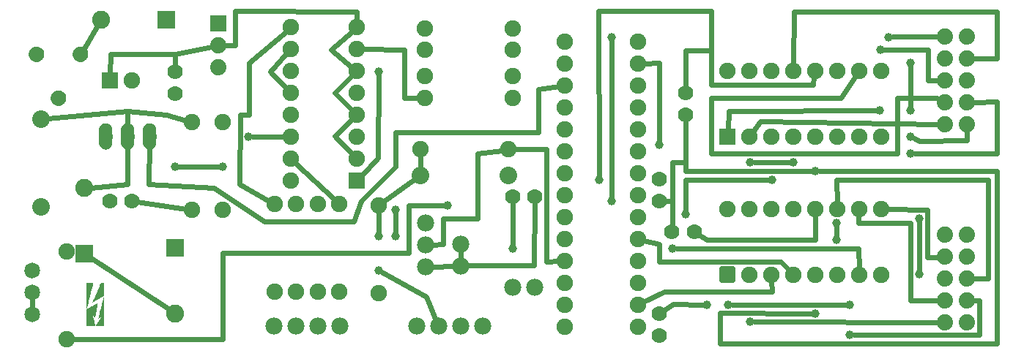
<source format=gtl>
G04 MADE WITH FRITZING*
G04 WWW.FRITZING.ORG*
G04 DOUBLE SIDED*
G04 HOLES PLATED*
G04 CONTOUR ON CENTER OF CONTOUR VECTOR*
%ASAXBY*%
%FSLAX23Y23*%
%MOIN*%
%OFA0B0*%
%SFA1.0B1.0*%
%ADD10C,0.039370*%
%ADD11C,0.070000*%
%ADD12C,0.078000*%
%ADD13C,0.075000*%
%ADD14C,0.074000*%
%ADD15C,0.082000*%
%ADD16C,0.060000*%
%ADD17C,0.080000*%
%ADD18C,0.071889*%
%ADD19C,0.071917*%
%ADD20R,0.075000X0.075000*%
%ADD21R,0.000150X0.000150*%
%ADD22R,0.082000X0.082000*%
%ADD23C,0.024000*%
%ADD24C,0.020000*%
%ADD25R,0.001000X0.001000*%
%LNCOPPER1*%
G90*
G70*
G54D10*
X1686Y1277D03*
X2296Y470D03*
X1095Y982D03*
X977Y844D03*
X760Y844D03*
X3674Y825D03*
X2749Y1435D03*
X2749Y687D03*
X3182Y214D03*
X3083Y628D03*
X3477Y785D03*
X2965Y943D03*
X3379Y136D03*
X3674Y175D03*
X1764Y648D03*
X1764Y529D03*
X1686Y529D03*
X3969Y1100D03*
X3024Y470D03*
X2001Y667D03*
X2690Y785D03*
X1686Y372D03*
X4107Y1317D03*
G54D11*
X3022Y549D03*
X3123Y549D03*
X3083Y1081D03*
X3083Y1181D03*
G54D12*
X1512Y116D03*
X1412Y116D03*
X1312Y116D03*
X1212Y116D03*
X2396Y293D03*
X2296Y293D03*
X2060Y492D03*
X2060Y392D03*
X1902Y588D03*
X1902Y488D03*
X1902Y388D03*
G54D13*
X1876Y923D03*
X2276Y923D03*
X977Y1048D03*
X977Y648D03*
G54D12*
X1860Y116D03*
X1960Y116D03*
X2060Y116D03*
X2160Y116D03*
G54D13*
X2867Y113D03*
X2867Y213D03*
X2867Y313D03*
X2867Y413D03*
X2867Y513D03*
X2867Y613D03*
X2867Y713D03*
X2867Y813D03*
X2867Y913D03*
X2867Y1013D03*
X2867Y1113D03*
X2867Y1213D03*
X2867Y1313D03*
X2534Y1413D03*
X2534Y1313D03*
X2534Y1213D03*
X2534Y1113D03*
X2534Y1013D03*
X2534Y913D03*
X2534Y813D03*
X2534Y713D03*
X2534Y613D03*
X2534Y513D03*
X2534Y413D03*
X2534Y313D03*
X2534Y213D03*
X2534Y113D03*
X2867Y1413D03*
X2867Y113D03*
X2867Y213D03*
X2867Y313D03*
X2867Y413D03*
X2867Y513D03*
X2867Y613D03*
X2867Y713D03*
X2867Y813D03*
X2867Y913D03*
X2867Y1013D03*
X2867Y1113D03*
X2867Y1213D03*
X2867Y1313D03*
X2534Y1413D03*
X2534Y1313D03*
X2534Y1213D03*
X2534Y1113D03*
X2534Y1013D03*
X2534Y913D03*
X2534Y813D03*
X2534Y713D03*
X2534Y613D03*
X2534Y513D03*
X2534Y413D03*
X2534Y313D03*
X2534Y213D03*
X2534Y113D03*
X2867Y1413D03*
G54D14*
X957Y1497D03*
X957Y1397D03*
X957Y1297D03*
X957Y1497D03*
X957Y1397D03*
X957Y1297D03*
G54D13*
X1587Y781D03*
X1287Y781D03*
X1587Y881D03*
X1287Y881D03*
X1587Y981D03*
X1287Y981D03*
X1587Y1081D03*
X1287Y1081D03*
X1587Y1181D03*
X1287Y1181D03*
X1587Y1281D03*
X1287Y1281D03*
X1587Y1381D03*
X1287Y1381D03*
X1587Y1481D03*
X1287Y1481D03*
G54D11*
X331Y1356D03*
X131Y1356D03*
X231Y1156D03*
G54D13*
X3274Y352D03*
X3274Y652D03*
X3374Y352D03*
X3374Y652D03*
X3474Y352D03*
X3474Y652D03*
X3574Y352D03*
X3574Y652D03*
X3674Y352D03*
X3674Y652D03*
X3774Y352D03*
X3774Y652D03*
X3874Y352D03*
X3874Y652D03*
X3974Y352D03*
X3974Y652D03*
X3274Y982D03*
X3274Y1282D03*
X3374Y982D03*
X3374Y1282D03*
X3474Y982D03*
X3474Y1282D03*
X3574Y982D03*
X3574Y1282D03*
X3674Y982D03*
X3674Y1282D03*
X3774Y982D03*
X3774Y1282D03*
X3874Y982D03*
X3874Y1282D03*
X3974Y982D03*
X3974Y1282D03*
G54D15*
X721Y1514D03*
X423Y1514D03*
G54D16*
X646Y982D03*
X546Y982D03*
X446Y982D03*
X646Y982D03*
X546Y982D03*
X446Y982D03*
G54D13*
X464Y1238D03*
X564Y1238D03*
G54D11*
X760Y1279D03*
X760Y1179D03*
G54D13*
X1213Y674D03*
X1213Y274D03*
X1312Y674D03*
X1312Y274D03*
X1410Y674D03*
X1410Y274D03*
X1508Y674D03*
X1508Y274D03*
X2296Y1159D03*
X1896Y1159D03*
X2296Y1258D03*
X1896Y1258D03*
X2296Y1376D03*
X1896Y1376D03*
X2296Y1474D03*
X1896Y1474D03*
G54D17*
X150Y1061D03*
X150Y661D03*
G54D13*
X839Y1048D03*
X839Y648D03*
G54D11*
X463Y687D03*
X564Y687D03*
G54D15*
X347Y448D03*
X347Y746D03*
G54D17*
X2276Y805D03*
X1876Y805D03*
G54D11*
X2396Y707D03*
X2296Y707D03*
X2965Y687D03*
X2965Y787D03*
G54D13*
X1686Y667D03*
X1686Y267D03*
G54D11*
X2965Y175D03*
X2965Y75D03*
G54D13*
X268Y457D03*
X268Y57D03*
G54D18*
X111Y172D03*
X111Y272D03*
G54D19*
X111Y372D03*
G54D14*
X4264Y533D03*
X4364Y533D03*
X4264Y433D03*
X4364Y433D03*
X4264Y333D03*
X4364Y333D03*
X4264Y233D03*
X4364Y233D03*
X4264Y133D03*
X4364Y133D03*
X4264Y533D03*
X4364Y533D03*
X4264Y433D03*
X4364Y433D03*
X4264Y333D03*
X4364Y333D03*
X4264Y233D03*
X4364Y233D03*
X4264Y133D03*
X4364Y133D03*
X4264Y1438D03*
X4364Y1438D03*
X4264Y1338D03*
X4364Y1338D03*
X4264Y1238D03*
X4364Y1238D03*
X4264Y1138D03*
X4364Y1138D03*
X4264Y1038D03*
X4364Y1038D03*
X4264Y1438D03*
X4364Y1438D03*
X4264Y1338D03*
X4364Y1338D03*
X4264Y1238D03*
X4364Y1238D03*
X4264Y1138D03*
X4364Y1138D03*
X4264Y1038D03*
X4364Y1038D03*
G54D10*
X4107Y982D03*
X4107Y1100D03*
X4008Y1435D03*
X4107Y903D03*
X3970Y1377D03*
X3379Y864D03*
X3575Y864D03*
X3279Y215D03*
X3831Y215D03*
X3831Y76D03*
X3772Y589D03*
X3772Y510D03*
X4146Y608D03*
X4146Y353D03*
G54D15*
X760Y475D03*
X760Y175D03*
G54D20*
X1587Y781D03*
G54D21*
X1287Y1080D03*
X1287Y1181D03*
X3573Y652D03*
G54D20*
X3274Y982D03*
G54D21*
X3573Y1282D03*
G54D22*
X722Y1514D03*
G54D20*
X464Y1238D03*
G54D22*
X347Y447D03*
X760Y475D03*
G54D23*
X1685Y884D02*
X1607Y801D01*
D02*
X1686Y1258D02*
X1685Y884D01*
D02*
X2296Y489D02*
X2296Y680D01*
D02*
X1259Y981D02*
X1114Y982D01*
D02*
X958Y844D02*
X779Y844D01*
D02*
X3276Y1011D02*
X3281Y1099D01*
D02*
X3281Y1099D02*
X3950Y1100D01*
D02*
X3084Y1375D02*
X3201Y1375D01*
D02*
X3083Y1207D02*
X3084Y1375D01*
D02*
X3083Y1055D02*
X3083Y825D01*
D02*
X3083Y825D02*
X3655Y825D01*
D02*
X2749Y1416D02*
X2749Y706D01*
D02*
X3083Y864D02*
X3083Y1060D01*
D02*
X3024Y864D02*
X3083Y864D01*
D02*
X3023Y575D02*
X3024Y864D01*
D02*
X3083Y1060D02*
X3083Y1055D01*
D02*
X3026Y216D02*
X2987Y190D01*
D02*
X3163Y215D02*
X3026Y216D01*
D02*
X3083Y785D02*
X3458Y785D01*
D02*
X3083Y647D02*
X3083Y785D01*
D02*
X2964Y1317D02*
X2965Y962D01*
D02*
X4233Y133D02*
X3398Y136D01*
D02*
X4501Y825D02*
X3693Y825D01*
D02*
X3241Y177D02*
X3241Y38D01*
D02*
X3241Y38D02*
X4501Y38D01*
D02*
X4501Y38D02*
X4501Y825D01*
D02*
X3241Y177D02*
X3655Y175D01*
D02*
X1489Y984D02*
X1568Y901D01*
D02*
X1567Y1061D02*
X1489Y984D01*
D02*
X1489Y1181D02*
X1567Y1101D01*
D02*
X1567Y1260D02*
X1489Y1181D01*
D02*
X1764Y629D02*
X1764Y548D01*
D02*
X1686Y639D02*
X1686Y548D01*
D02*
X762Y1357D02*
X927Y1391D01*
D02*
X761Y1305D02*
X762Y1357D01*
D02*
X466Y1357D02*
X762Y1357D01*
D02*
X464Y1267D02*
X466Y1357D01*
D02*
X811Y652D02*
X589Y683D01*
D02*
X344Y1379D02*
X407Y1486D01*
D02*
X545Y951D02*
X544Y765D01*
D02*
X544Y765D02*
X379Y749D01*
D02*
X544Y1099D02*
X545Y1013D01*
D02*
X722Y1081D02*
X544Y1099D01*
D02*
X812Y1055D02*
X722Y1081D01*
D02*
X544Y1099D02*
X545Y1013D01*
D02*
X181Y1064D02*
X544Y1099D01*
D02*
X3576Y1552D02*
X3574Y1311D01*
D02*
X4501Y1552D02*
X3576Y1552D01*
D02*
X4396Y1338D02*
X4501Y1336D01*
D02*
X4501Y1336D02*
X4501Y1552D01*
D02*
X2986Y273D02*
X3476Y273D01*
D02*
X2892Y226D02*
X2986Y273D01*
D02*
X3476Y273D02*
X3475Y324D01*
D02*
X1308Y861D02*
X1488Y693D01*
D02*
X1804Y1159D02*
X1867Y1159D01*
D02*
X1616Y1380D02*
X1804Y1376D01*
D02*
X1804Y1376D02*
X1804Y1159D01*
D02*
X4233Y1039D02*
X3423Y1050D01*
D02*
X4048Y1159D02*
X4049Y904D01*
D02*
X4225Y1159D02*
X4048Y1159D01*
D02*
X4237Y1153D02*
X4225Y1159D01*
D02*
X3423Y1050D02*
X3391Y1005D01*
D02*
X3202Y1158D02*
X3792Y1158D01*
D02*
X3202Y904D02*
X3202Y1158D01*
D02*
X4049Y904D02*
X3202Y904D01*
D02*
X3792Y1158D02*
X3858Y1258D01*
D02*
X4233Y1238D02*
X4186Y1237D01*
D02*
X4186Y1377D02*
X3989Y1377D01*
D02*
X4186Y1237D02*
X4186Y1377D01*
D02*
X2894Y507D02*
X2965Y491D01*
D02*
X3517Y411D02*
X3554Y373D01*
D02*
X2965Y412D02*
X3517Y411D01*
D02*
X2965Y491D02*
X2965Y412D01*
D02*
X3043Y470D02*
X3870Y471D01*
D02*
X1054Y764D02*
X1188Y688D01*
D02*
X1096Y1317D02*
X1096Y1081D01*
D02*
X1096Y1081D02*
X1056Y1081D01*
D02*
X1266Y1462D02*
X1096Y1317D01*
D02*
X1056Y1081D02*
X1054Y764D01*
D02*
X3870Y471D02*
X3873Y381D01*
D02*
X2452Y412D02*
X2452Y924D01*
D02*
X2452Y924D02*
X2305Y923D01*
D02*
X2506Y413D02*
X2452Y412D01*
D02*
X2137Y607D02*
X2138Y903D01*
D02*
X1981Y608D02*
X2137Y607D01*
D02*
X2138Y903D02*
X2248Y919D01*
D02*
X1981Y490D02*
X1981Y608D01*
D02*
X1932Y489D02*
X1981Y490D01*
D02*
X2414Y1002D02*
X1765Y1001D01*
D02*
X2414Y1198D02*
X2414Y1002D01*
D02*
X2506Y1210D02*
X2414Y1198D01*
D02*
X1765Y1001D02*
X1765Y845D01*
D02*
X1608Y687D02*
X1575Y594D01*
D02*
X939Y747D02*
X642Y765D01*
D02*
X642Y765D02*
X645Y951D01*
D02*
X1167Y594D02*
X939Y747D01*
D02*
X1575Y594D02*
X1167Y594D01*
D02*
X1765Y845D02*
X1608Y687D01*
D02*
X1824Y668D02*
X1823Y450D01*
D02*
X1982Y667D02*
X1824Y668D01*
D02*
X734Y193D02*
X374Y430D01*
D02*
X1823Y450D02*
X978Y450D01*
D02*
X976Y58D02*
X297Y57D01*
D02*
X978Y450D02*
X976Y58D01*
D02*
X2060Y422D02*
X2060Y462D01*
D02*
X1932Y389D02*
X2030Y391D01*
D02*
X2688Y1553D02*
X2690Y804D01*
D02*
X3182Y510D02*
X3144Y535D01*
D02*
X3674Y510D02*
X3182Y510D01*
D02*
X3674Y624D02*
X3674Y510D01*
D02*
X3201Y1553D02*
X2688Y1553D01*
D02*
X3201Y1375D02*
X3201Y1553D01*
D02*
X1851Y787D02*
X1709Y684D01*
D02*
X1876Y895D02*
X1876Y836D01*
D02*
X1903Y252D02*
X1702Y363D01*
D02*
X1948Y144D02*
X1903Y252D01*
D02*
X111Y205D02*
X111Y239D01*
D02*
X2059Y393D02*
X2394Y393D01*
D02*
X2060Y462D02*
X2059Y393D01*
D02*
X2394Y393D02*
X2396Y680D01*
D02*
X1268Y1360D02*
X1193Y1279D01*
D02*
X1193Y1279D02*
X1268Y1201D01*
D02*
X1588Y1552D02*
X1035Y1553D01*
D02*
X1035Y1397D02*
X988Y1397D01*
D02*
X1035Y1553D02*
X1035Y1397D01*
D02*
X1588Y1509D02*
X1588Y1552D01*
D02*
X4107Y1119D02*
X4107Y1298D01*
D02*
X4147Y962D02*
X4124Y974D01*
D02*
X4364Y963D02*
X4147Y962D01*
D02*
X4364Y1007D02*
X4364Y963D01*
D02*
X3025Y687D02*
X3023Y575D01*
D02*
X2991Y687D02*
X3025Y687D01*
D02*
X4233Y1438D02*
X4027Y1436D01*
D02*
X4501Y1141D02*
X4501Y904D01*
D02*
X4501Y904D02*
X4126Y903D01*
D02*
X4396Y1139D02*
X4501Y1141D01*
D02*
X3556Y864D02*
X3398Y864D01*
D02*
X4462Y785D02*
X3772Y785D01*
D02*
X4462Y333D02*
X4462Y785D01*
D02*
X4396Y333D02*
X4462Y333D01*
D02*
X3772Y785D02*
X3773Y681D01*
D02*
X3812Y215D02*
X3298Y215D01*
D02*
X4422Y76D02*
X3850Y76D01*
D02*
X4422Y234D02*
X4422Y76D01*
D02*
X4395Y234D02*
X4422Y234D01*
D02*
X3772Y528D02*
X3772Y570D01*
D02*
X4185Y648D02*
X4002Y652D01*
D02*
X4233Y432D02*
X4185Y430D01*
D02*
X4185Y430D02*
X4185Y648D01*
D02*
X4106Y234D02*
X4106Y589D01*
D02*
X4106Y589D02*
X3871Y589D01*
D02*
X4233Y233D02*
X4106Y234D01*
D02*
X3871Y589D02*
X3872Y624D01*
D02*
X4146Y589D02*
X4146Y372D01*
D02*
X1470Y1376D02*
X1565Y1299D01*
D02*
X1566Y1462D02*
X1470Y1376D01*
D02*
X3663Y1218D02*
X3201Y1219D01*
D02*
X3201Y1219D02*
X3201Y1375D01*
D02*
X3669Y1254D02*
X3663Y1218D01*
D02*
X2895Y1314D02*
X2964Y1317D01*
G36*
X359Y313D02*
X359Y196D01*
X359Y196D01*
X359Y199D01*
X360Y199D01*
X360Y203D01*
X361Y203D01*
X361Y206D01*
X362Y206D01*
X362Y207D01*
X363Y207D01*
X363Y208D01*
X362Y208D01*
X362Y209D01*
X363Y209D01*
X363Y212D01*
X363Y212D01*
X363Y214D01*
X364Y214D01*
X364Y218D01*
X365Y218D01*
X365Y219D01*
X366Y219D01*
X366Y220D01*
X365Y220D01*
X365Y221D01*
X366Y221D01*
X366Y223D01*
X366Y223D01*
X366Y227D01*
X367Y227D01*
X367Y229D01*
X368Y229D01*
X368Y229D01*
X367Y229D01*
X367Y230D01*
X368Y230D01*
X368Y232D01*
X369Y232D01*
X369Y233D01*
X368Y233D01*
X368Y233D01*
X369Y233D01*
X369Y235D01*
X369Y235D01*
X369Y236D01*
X369Y236D01*
X369Y236D01*
X369Y236D01*
X369Y238D01*
X370Y238D01*
X370Y239D01*
X369Y239D01*
X369Y239D01*
X370Y239D01*
X370Y242D01*
X371Y242D01*
X371Y245D01*
X372Y245D01*
X372Y248D01*
X373Y248D01*
X373Y251D01*
X373Y251D01*
X373Y254D01*
X374Y254D01*
X374Y257D01*
X375Y257D01*
X375Y260D01*
X376Y260D01*
X376Y263D01*
X376Y263D01*
X376Y266D01*
X377Y266D01*
X377Y269D01*
X378Y269D01*
X378Y272D01*
X379Y272D01*
X379Y276D01*
X379Y276D01*
X379Y279D01*
X380Y279D01*
X380Y282D01*
X381Y282D01*
X381Y285D01*
X382Y285D01*
X382Y286D01*
X383Y286D01*
X383Y287D01*
X382Y287D01*
X382Y288D01*
X383Y288D01*
X383Y290D01*
X383Y290D01*
X383Y293D01*
X384Y293D01*
X384Y296D01*
X385Y296D01*
X385Y299D01*
X386Y299D01*
X386Y302D01*
X386Y302D01*
X386Y306D01*
X387Y306D01*
X387Y309D01*
X388Y309D01*
X388Y312D01*
X389Y312D01*
X389Y313D01*
X359Y313D01*
G37*
D02*
G36*
X423Y313D02*
X423Y312D01*
X423Y312D01*
X423Y311D01*
X422Y311D01*
X422Y309D01*
X421Y309D01*
X421Y307D01*
X420Y307D01*
X420Y306D01*
X419Y306D01*
X419Y303D01*
X419Y303D01*
X419Y302D01*
X418Y302D01*
X418Y300D01*
X417Y300D01*
X417Y299D01*
X416Y299D01*
X416Y296D01*
X416Y296D01*
X416Y295D01*
X415Y295D01*
X415Y293D01*
X414Y293D01*
X414Y291D01*
X413Y291D01*
X413Y289D01*
X413Y289D01*
X413Y288D01*
X412Y288D01*
X412Y286D01*
X411Y286D01*
X411Y284D01*
X410Y284D01*
X410Y282D01*
X409Y282D01*
X409Y280D01*
X409Y280D01*
X409Y279D01*
X408Y279D01*
X408Y277D01*
X407Y277D01*
X407Y276D01*
X406Y276D01*
X406Y273D01*
X406Y273D01*
X406Y272D01*
X405Y272D01*
X405Y270D01*
X404Y270D01*
X404Y268D01*
X403Y268D01*
X403Y266D01*
X403Y266D01*
X403Y265D01*
X402Y265D01*
X402Y263D01*
X401Y263D01*
X401Y261D01*
X400Y261D01*
X400Y259D01*
X399Y259D01*
X399Y258D01*
X399Y258D01*
X399Y256D01*
X398Y256D01*
X398Y254D01*
X397Y254D01*
X397Y252D01*
X396Y252D01*
X396Y250D01*
X396Y250D01*
X396Y249D01*
X395Y249D01*
X395Y247D01*
X394Y247D01*
X394Y246D01*
X393Y246D01*
X393Y243D01*
X393Y243D01*
X393Y242D01*
X392Y242D01*
X392Y240D01*
X391Y240D01*
X391Y238D01*
X390Y238D01*
X390Y236D01*
X389Y236D01*
X389Y235D01*
X389Y235D01*
X389Y233D01*
X388Y233D01*
X388Y231D01*
X387Y231D01*
X387Y229D01*
X386Y229D01*
X386Y228D01*
X386Y228D01*
X386Y226D01*
X385Y226D01*
X385Y224D01*
X386Y224D01*
X386Y225D01*
X387Y225D01*
X387Y226D01*
X389Y226D01*
X389Y226D01*
X390Y226D01*
X390Y227D01*
X392Y227D01*
X392Y228D01*
X393Y228D01*
X393Y229D01*
X394Y229D01*
X394Y229D01*
X395Y229D01*
X395Y230D01*
X396Y230D01*
X396Y231D01*
X398Y231D01*
X398Y232D01*
X399Y232D01*
X399Y233D01*
X400Y233D01*
X400Y233D01*
X402Y233D01*
X402Y234D01*
X403Y234D01*
X403Y235D01*
X404Y235D01*
X404Y236D01*
X406Y236D01*
X406Y236D01*
X407Y236D01*
X407Y237D01*
X408Y237D01*
X408Y238D01*
X409Y238D01*
X409Y239D01*
X411Y239D01*
X411Y239D01*
X412Y239D01*
X412Y240D01*
X413Y240D01*
X413Y241D01*
X415Y241D01*
X415Y242D01*
X416Y242D01*
X416Y243D01*
X417Y243D01*
X417Y243D01*
X419Y243D01*
X419Y244D01*
X419Y244D01*
X419Y245D01*
X421Y245D01*
X421Y246D01*
X423Y246D01*
X423Y246D01*
X424Y246D01*
X424Y247D01*
X425Y247D01*
X425Y248D01*
X426Y248D01*
X426Y249D01*
X428Y249D01*
X428Y249D01*
X429Y249D01*
X429Y250D01*
X430Y250D01*
X430Y251D01*
X432Y251D01*
X432Y252D01*
X433Y252D01*
X433Y252D01*
X434Y252D01*
X434Y253D01*
X436Y253D01*
X436Y254D01*
X437Y254D01*
X437Y313D01*
X423Y313D01*
G37*
D02*
G36*
X436Y252D02*
X436Y249D01*
X436Y249D01*
X436Y246D01*
X435Y246D01*
X435Y243D01*
X434Y243D01*
X434Y240D01*
X433Y240D01*
X433Y237D01*
X433Y237D01*
X433Y234D01*
X432Y234D01*
X432Y231D01*
X431Y231D01*
X431Y228D01*
X430Y228D01*
X430Y225D01*
X429Y225D01*
X429Y222D01*
X429Y222D01*
X429Y219D01*
X428Y219D01*
X428Y216D01*
X427Y216D01*
X427Y213D01*
X426Y213D01*
X426Y209D01*
X426Y209D01*
X426Y206D01*
X425Y206D01*
X425Y203D01*
X424Y203D01*
X424Y201D01*
X423Y201D01*
X423Y200D01*
X424Y200D01*
X424Y199D01*
X423Y199D01*
X423Y198D01*
X423Y198D01*
X423Y194D01*
X422Y194D01*
X422Y192D01*
X421Y192D01*
X421Y191D01*
X422Y191D01*
X422Y190D01*
X421Y190D01*
X421Y189D01*
X420Y189D01*
X420Y186D01*
X419Y186D01*
X419Y183D01*
X419Y183D01*
X419Y179D01*
X418Y179D01*
X418Y176D01*
X417Y176D01*
X417Y173D01*
X416Y173D01*
X416Y170D01*
X416Y170D01*
X416Y167D01*
X415Y167D01*
X415Y164D01*
X414Y164D01*
X414Y161D01*
X413Y161D01*
X413Y158D01*
X425Y158D01*
X425Y156D01*
X424Y156D01*
X424Y155D01*
X423Y155D01*
X423Y154D01*
X423Y154D01*
X423Y153D01*
X422Y153D01*
X422Y152D01*
X421Y152D01*
X421Y150D01*
X420Y150D01*
X420Y149D01*
X419Y149D01*
X419Y148D01*
X419Y148D01*
X419Y147D01*
X418Y147D01*
X418Y146D01*
X417Y146D01*
X417Y145D01*
X416Y145D01*
X416Y143D01*
X416Y143D01*
X416Y143D01*
X415Y143D01*
X415Y141D01*
X414Y141D01*
X414Y139D01*
X413Y139D01*
X413Y139D01*
X413Y139D01*
X413Y137D01*
X412Y137D01*
X412Y136D01*
X411Y136D01*
X411Y135D01*
X410Y135D01*
X410Y134D01*
X409Y134D01*
X409Y133D01*
X409Y133D01*
X409Y132D01*
X408Y132D01*
X408Y130D01*
X407Y130D01*
X407Y129D01*
X406Y129D01*
X406Y128D01*
X406Y128D01*
X406Y127D01*
X405Y127D01*
X405Y126D01*
X404Y126D01*
X404Y125D01*
X403Y125D01*
X403Y123D01*
X403Y123D01*
X403Y123D01*
X402Y123D01*
X402Y121D01*
X401Y121D01*
X401Y120D01*
X400Y120D01*
X400Y119D01*
X399Y119D01*
X399Y118D01*
X399Y118D01*
X399Y117D01*
X398Y117D01*
X398Y116D01*
X437Y116D01*
X437Y252D01*
X436Y252D01*
G37*
D02*
G36*
X413Y158D02*
X413Y155D01*
X412Y155D01*
X412Y152D01*
X411Y152D01*
X411Y150D01*
X413Y150D01*
X413Y151D01*
X414Y151D01*
X414Y152D01*
X415Y152D01*
X415Y153D01*
X416Y153D01*
X416Y153D01*
X418Y153D01*
X418Y154D01*
X419Y154D01*
X419Y155D01*
X420Y155D01*
X420Y156D01*
X422Y156D01*
X422Y156D01*
X423Y156D01*
X423Y157D01*
X424Y157D01*
X424Y158D01*
X413Y158D01*
G37*
D02*
G36*
X384Y224D02*
X384Y223D01*
X385Y223D01*
X385Y224D01*
X384Y224D01*
G37*
D02*
G36*
X407Y223D02*
X407Y222D01*
X406Y222D01*
X406Y221D01*
X405Y221D01*
X405Y220D01*
X403Y220D01*
X403Y219D01*
X402Y219D01*
X402Y219D01*
X401Y219D01*
X401Y218D01*
X399Y218D01*
X399Y217D01*
X398Y217D01*
X398Y216D01*
X397Y216D01*
X397Y216D01*
X396Y216D01*
X396Y215D01*
X394Y215D01*
X394Y214D01*
X393Y214D01*
X393Y213D01*
X392Y213D01*
X392Y213D01*
X390Y213D01*
X390Y212D01*
X389Y212D01*
X389Y211D01*
X388Y211D01*
X388Y210D01*
X386Y210D01*
X386Y209D01*
X385Y209D01*
X385Y209D01*
X383Y209D01*
X383Y208D01*
X383Y208D01*
X383Y207D01*
X381Y207D01*
X381Y206D01*
X379Y206D01*
X379Y206D01*
X378Y206D01*
X378Y205D01*
X377Y205D01*
X377Y204D01*
X376Y204D01*
X376Y203D01*
X374Y203D01*
X374Y203D01*
X373Y203D01*
X373Y202D01*
X372Y202D01*
X372Y201D01*
X370Y201D01*
X370Y200D01*
X369Y200D01*
X369Y199D01*
X368Y199D01*
X368Y199D01*
X366Y199D01*
X366Y198D01*
X365Y198D01*
X365Y197D01*
X363Y197D01*
X363Y196D01*
X362Y196D01*
X362Y196D01*
X360Y196D01*
X360Y195D01*
X359Y195D01*
X359Y194D01*
X359Y194D01*
X359Y165D01*
X389Y165D01*
X389Y163D01*
X389Y163D01*
X389Y163D01*
X390Y163D01*
X390Y162D01*
X391Y162D01*
X391Y161D01*
X392Y161D01*
X392Y159D01*
X393Y159D01*
X393Y159D01*
X393Y159D01*
X393Y158D01*
X394Y158D01*
X394Y156D01*
X395Y156D01*
X395Y156D01*
X396Y156D01*
X396Y155D01*
X396Y155D01*
X396Y153D01*
X397Y153D01*
X397Y153D01*
X398Y153D01*
X398Y153D01*
X399Y153D01*
X399Y158D01*
X399Y158D01*
X399Y159D01*
X399Y159D01*
X399Y159D01*
X399Y159D01*
X399Y163D01*
X400Y163D01*
X400Y163D01*
X399Y163D01*
X399Y164D01*
X400Y164D01*
X400Y169D01*
X401Y169D01*
X401Y173D01*
X402Y173D01*
X402Y174D01*
X401Y174D01*
X401Y175D01*
X402Y175D01*
X402Y179D01*
X403Y179D01*
X403Y179D01*
X402Y179D01*
X402Y180D01*
X403Y180D01*
X403Y184D01*
X403Y184D01*
X403Y185D01*
X403Y185D01*
X403Y186D01*
X403Y186D01*
X403Y189D01*
X404Y189D01*
X404Y190D01*
X403Y190D01*
X403Y191D01*
X404Y191D01*
X404Y195D01*
X405Y195D01*
X405Y196D01*
X404Y196D01*
X404Y196D01*
X405Y196D01*
X405Y201D01*
X406Y201D01*
X406Y206D01*
X406Y206D01*
X406Y212D01*
X407Y212D01*
X407Y217D01*
X408Y217D01*
X408Y221D01*
X409Y221D01*
X409Y222D01*
X408Y222D01*
X408Y223D01*
X407Y223D01*
G37*
D02*
G36*
X359Y165D02*
X359Y116D01*
X397Y116D01*
X397Y120D01*
X396Y120D01*
X396Y124D01*
X396Y124D01*
X396Y128D01*
X395Y128D01*
X395Y132D01*
X394Y132D01*
X394Y136D01*
X393Y136D01*
X393Y138D01*
X393Y138D01*
X393Y139D01*
X393Y139D01*
X393Y139D01*
X393Y139D01*
X393Y143D01*
X392Y143D01*
X392Y146D01*
X391Y146D01*
X391Y146D01*
X392Y146D01*
X392Y147D01*
X391Y147D01*
X391Y149D01*
X390Y149D01*
X390Y150D01*
X391Y150D01*
X391Y151D01*
X390Y151D01*
X390Y154D01*
X389Y154D01*
X389Y158D01*
X389Y158D01*
X389Y162D01*
X388Y162D01*
X388Y165D01*
X359Y165D01*
G37*
D02*
G36*
X398Y153D02*
X398Y152D01*
X399Y152D01*
X399Y153D01*
X398Y153D01*
G37*
D02*
G54D24*
X3246Y380D02*
X3301Y380D01*
X3301Y325D01*
X3246Y325D01*
X3246Y380D01*
D02*
G54D25*
X920Y1534D02*
X993Y1534D01*
X920Y1533D02*
X993Y1533D01*
X920Y1532D02*
X993Y1532D01*
X920Y1531D02*
X993Y1531D01*
X920Y1530D02*
X993Y1530D01*
X920Y1529D02*
X993Y1529D01*
X920Y1528D02*
X993Y1528D01*
X920Y1527D02*
X993Y1527D01*
X920Y1526D02*
X993Y1526D01*
X920Y1525D02*
X993Y1525D01*
X920Y1524D02*
X993Y1524D01*
X920Y1523D02*
X993Y1523D01*
X920Y1522D02*
X993Y1522D01*
X920Y1521D02*
X993Y1521D01*
X920Y1520D02*
X993Y1520D01*
X920Y1519D02*
X993Y1519D01*
X920Y1518D02*
X993Y1518D01*
X920Y1517D02*
X993Y1517D01*
X920Y1516D02*
X951Y1516D01*
X963Y1516D02*
X993Y1516D01*
X920Y1515D02*
X948Y1515D01*
X965Y1515D02*
X993Y1515D01*
X920Y1514D02*
X946Y1514D01*
X967Y1514D02*
X993Y1514D01*
X920Y1513D02*
X945Y1513D01*
X969Y1513D02*
X993Y1513D01*
X920Y1512D02*
X943Y1512D01*
X970Y1512D02*
X993Y1512D01*
X920Y1511D02*
X942Y1511D01*
X971Y1511D02*
X993Y1511D01*
X920Y1510D02*
X941Y1510D01*
X972Y1510D02*
X993Y1510D01*
X920Y1509D02*
X941Y1509D01*
X973Y1509D02*
X993Y1509D01*
X920Y1508D02*
X940Y1508D01*
X974Y1508D02*
X993Y1508D01*
X920Y1507D02*
X939Y1507D01*
X974Y1507D02*
X993Y1507D01*
X920Y1506D02*
X939Y1506D01*
X975Y1506D02*
X993Y1506D01*
X920Y1505D02*
X938Y1505D01*
X975Y1505D02*
X993Y1505D01*
X920Y1504D02*
X938Y1504D01*
X976Y1504D02*
X993Y1504D01*
X920Y1503D02*
X937Y1503D01*
X976Y1503D02*
X993Y1503D01*
X920Y1502D02*
X937Y1502D01*
X976Y1502D02*
X993Y1502D01*
X920Y1501D02*
X937Y1501D01*
X976Y1501D02*
X993Y1501D01*
X920Y1500D02*
X937Y1500D01*
X977Y1500D02*
X993Y1500D01*
X920Y1499D02*
X937Y1499D01*
X977Y1499D02*
X993Y1499D01*
X920Y1498D02*
X937Y1498D01*
X977Y1498D02*
X993Y1498D01*
X920Y1497D02*
X937Y1497D01*
X977Y1497D02*
X993Y1497D01*
X920Y1496D02*
X937Y1496D01*
X977Y1496D02*
X993Y1496D01*
X920Y1495D02*
X937Y1495D01*
X977Y1495D02*
X993Y1495D01*
X920Y1494D02*
X937Y1494D01*
X977Y1494D02*
X993Y1494D01*
X920Y1493D02*
X937Y1493D01*
X976Y1493D02*
X993Y1493D01*
X920Y1492D02*
X937Y1492D01*
X976Y1492D02*
X993Y1492D01*
X920Y1491D02*
X938Y1491D01*
X976Y1491D02*
X993Y1491D01*
X920Y1490D02*
X938Y1490D01*
X975Y1490D02*
X993Y1490D01*
X920Y1489D02*
X938Y1489D01*
X975Y1489D02*
X993Y1489D01*
X920Y1488D02*
X939Y1488D01*
X974Y1488D02*
X993Y1488D01*
X920Y1487D02*
X939Y1487D01*
X974Y1487D02*
X993Y1487D01*
X920Y1486D02*
X940Y1486D01*
X973Y1486D02*
X993Y1486D01*
X920Y1485D02*
X941Y1485D01*
X973Y1485D02*
X993Y1485D01*
X920Y1484D02*
X942Y1484D01*
X972Y1484D02*
X993Y1484D01*
X920Y1483D02*
X943Y1483D01*
X971Y1483D02*
X993Y1483D01*
X920Y1482D02*
X944Y1482D01*
X970Y1482D02*
X993Y1482D01*
X920Y1481D02*
X945Y1481D01*
X968Y1481D02*
X993Y1481D01*
X920Y1480D02*
X947Y1480D01*
X967Y1480D02*
X993Y1480D01*
X920Y1479D02*
X949Y1479D01*
X965Y1479D02*
X993Y1479D01*
X920Y1478D02*
X952Y1478D01*
X961Y1478D02*
X993Y1478D01*
X920Y1477D02*
X993Y1477D01*
X920Y1476D02*
X993Y1476D01*
X920Y1475D02*
X993Y1475D01*
X920Y1474D02*
X993Y1474D01*
X920Y1473D02*
X993Y1473D01*
X920Y1472D02*
X993Y1472D01*
X920Y1471D02*
X993Y1471D01*
X920Y1470D02*
X993Y1470D01*
X920Y1469D02*
X993Y1469D01*
X920Y1468D02*
X993Y1468D01*
X920Y1467D02*
X993Y1467D01*
X920Y1466D02*
X993Y1466D01*
X920Y1465D02*
X993Y1465D01*
X920Y1464D02*
X993Y1464D01*
X920Y1463D02*
X993Y1463D01*
X920Y1462D02*
X993Y1462D01*
X920Y1461D02*
X993Y1461D01*
X127Y1391D02*
X133Y1391D01*
X327Y1391D02*
X333Y1391D01*
X122Y1390D02*
X138Y1390D01*
X322Y1390D02*
X338Y1390D01*
X119Y1389D02*
X141Y1389D01*
X319Y1389D02*
X341Y1389D01*
X116Y1388D02*
X144Y1388D01*
X316Y1388D02*
X344Y1388D01*
X114Y1387D02*
X146Y1387D01*
X314Y1387D02*
X346Y1387D01*
X112Y1386D02*
X148Y1386D01*
X312Y1386D02*
X348Y1386D01*
X111Y1385D02*
X149Y1385D01*
X311Y1385D02*
X349Y1385D01*
X109Y1384D02*
X151Y1384D01*
X309Y1384D02*
X351Y1384D01*
X108Y1383D02*
X152Y1383D01*
X308Y1383D02*
X352Y1383D01*
X107Y1382D02*
X153Y1382D01*
X307Y1382D02*
X353Y1382D01*
X106Y1381D02*
X154Y1381D01*
X306Y1381D02*
X354Y1381D01*
X105Y1380D02*
X155Y1380D01*
X305Y1380D02*
X355Y1380D01*
X104Y1379D02*
X156Y1379D01*
X304Y1379D02*
X356Y1379D01*
X103Y1378D02*
X157Y1378D01*
X303Y1378D02*
X357Y1378D01*
X102Y1377D02*
X158Y1377D01*
X302Y1377D02*
X358Y1377D01*
X102Y1376D02*
X158Y1376D01*
X302Y1376D02*
X358Y1376D01*
X101Y1375D02*
X159Y1375D01*
X301Y1375D02*
X359Y1375D01*
X101Y1374D02*
X160Y1374D01*
X301Y1374D02*
X359Y1374D01*
X100Y1373D02*
X160Y1373D01*
X300Y1373D02*
X360Y1373D01*
X99Y1372D02*
X161Y1372D01*
X299Y1372D02*
X361Y1372D01*
X99Y1371D02*
X126Y1371D01*
X134Y1371D02*
X161Y1371D01*
X299Y1371D02*
X326Y1371D01*
X334Y1371D02*
X361Y1371D01*
X99Y1370D02*
X123Y1370D01*
X137Y1370D02*
X162Y1370D01*
X299Y1370D02*
X323Y1370D01*
X337Y1370D02*
X361Y1370D01*
X98Y1369D02*
X121Y1369D01*
X139Y1369D02*
X162Y1369D01*
X298Y1369D02*
X321Y1369D01*
X339Y1369D02*
X362Y1369D01*
X98Y1368D02*
X120Y1368D01*
X140Y1368D02*
X162Y1368D01*
X298Y1368D02*
X320Y1368D01*
X340Y1368D02*
X362Y1368D01*
X97Y1367D02*
X119Y1367D01*
X141Y1367D02*
X163Y1367D01*
X297Y1367D02*
X319Y1367D01*
X341Y1367D02*
X363Y1367D01*
X97Y1366D02*
X118Y1366D01*
X142Y1366D02*
X163Y1366D01*
X297Y1366D02*
X318Y1366D01*
X342Y1366D02*
X363Y1366D01*
X97Y1365D02*
X117Y1365D01*
X143Y1365D02*
X163Y1365D01*
X297Y1365D02*
X317Y1365D01*
X343Y1365D02*
X363Y1365D01*
X97Y1364D02*
X117Y1364D01*
X143Y1364D02*
X164Y1364D01*
X297Y1364D02*
X317Y1364D01*
X343Y1364D02*
X363Y1364D01*
X96Y1363D02*
X116Y1363D01*
X144Y1363D02*
X164Y1363D01*
X296Y1363D02*
X316Y1363D01*
X344Y1363D02*
X364Y1363D01*
X96Y1362D02*
X115Y1362D01*
X145Y1362D02*
X164Y1362D01*
X296Y1362D02*
X315Y1362D01*
X345Y1362D02*
X364Y1362D01*
X96Y1361D02*
X115Y1361D01*
X145Y1361D02*
X164Y1361D01*
X296Y1361D02*
X315Y1361D01*
X345Y1361D02*
X364Y1361D01*
X96Y1360D02*
X115Y1360D01*
X145Y1360D02*
X164Y1360D01*
X296Y1360D02*
X315Y1360D01*
X345Y1360D02*
X364Y1360D01*
X96Y1359D02*
X115Y1359D01*
X145Y1359D02*
X164Y1359D01*
X296Y1359D02*
X315Y1359D01*
X345Y1359D02*
X364Y1359D01*
X96Y1358D02*
X115Y1358D01*
X145Y1358D02*
X164Y1358D01*
X296Y1358D02*
X315Y1358D01*
X345Y1358D02*
X364Y1358D01*
X96Y1357D02*
X115Y1357D01*
X145Y1357D02*
X164Y1357D01*
X296Y1357D02*
X315Y1357D01*
X345Y1357D02*
X364Y1357D01*
X96Y1356D02*
X115Y1356D01*
X145Y1356D02*
X164Y1356D01*
X296Y1356D02*
X315Y1356D01*
X345Y1356D02*
X364Y1356D01*
X96Y1355D02*
X115Y1355D01*
X145Y1355D02*
X164Y1355D01*
X296Y1355D02*
X315Y1355D01*
X345Y1355D02*
X364Y1355D01*
X96Y1354D02*
X115Y1354D01*
X145Y1354D02*
X164Y1354D01*
X296Y1354D02*
X315Y1354D01*
X345Y1354D02*
X364Y1354D01*
X96Y1353D02*
X115Y1353D01*
X145Y1353D02*
X164Y1353D01*
X296Y1353D02*
X315Y1353D01*
X345Y1353D02*
X364Y1353D01*
X96Y1352D02*
X115Y1352D01*
X145Y1352D02*
X164Y1352D01*
X296Y1352D02*
X315Y1352D01*
X345Y1352D02*
X364Y1352D01*
X96Y1351D02*
X115Y1351D01*
X145Y1351D02*
X164Y1351D01*
X296Y1351D02*
X315Y1351D01*
X345Y1351D02*
X364Y1351D01*
X96Y1350D02*
X116Y1350D01*
X144Y1350D02*
X164Y1350D01*
X296Y1350D02*
X316Y1350D01*
X344Y1350D02*
X364Y1350D01*
X96Y1349D02*
X116Y1349D01*
X144Y1349D02*
X164Y1349D01*
X296Y1349D02*
X316Y1349D01*
X344Y1349D02*
X364Y1349D01*
X97Y1348D02*
X117Y1348D01*
X143Y1348D02*
X163Y1348D01*
X297Y1348D02*
X317Y1348D01*
X343Y1348D02*
X363Y1348D01*
X97Y1347D02*
X118Y1347D01*
X142Y1347D02*
X163Y1347D01*
X297Y1347D02*
X318Y1347D01*
X342Y1347D02*
X363Y1347D01*
X97Y1346D02*
X119Y1346D01*
X141Y1346D02*
X163Y1346D01*
X297Y1346D02*
X319Y1346D01*
X341Y1346D02*
X363Y1346D01*
X98Y1345D02*
X120Y1345D01*
X140Y1345D02*
X162Y1345D01*
X298Y1345D02*
X320Y1345D01*
X340Y1345D02*
X362Y1345D01*
X98Y1344D02*
X121Y1344D01*
X139Y1344D02*
X162Y1344D01*
X298Y1344D02*
X321Y1344D01*
X339Y1344D02*
X362Y1344D01*
X98Y1343D02*
X122Y1343D01*
X138Y1343D02*
X162Y1343D01*
X298Y1343D02*
X322Y1343D01*
X338Y1343D02*
X362Y1343D01*
X99Y1342D02*
X125Y1342D01*
X135Y1342D02*
X161Y1342D01*
X299Y1342D02*
X325Y1342D01*
X335Y1342D02*
X361Y1342D01*
X99Y1341D02*
X161Y1341D01*
X299Y1341D02*
X361Y1341D01*
X100Y1340D02*
X160Y1340D01*
X300Y1340D02*
X360Y1340D01*
X100Y1339D02*
X160Y1339D01*
X300Y1339D02*
X360Y1339D01*
X101Y1338D02*
X159Y1338D01*
X301Y1338D02*
X359Y1338D01*
X101Y1337D02*
X159Y1337D01*
X301Y1337D02*
X359Y1337D01*
X102Y1336D02*
X158Y1336D01*
X302Y1336D02*
X358Y1336D01*
X103Y1335D02*
X157Y1335D01*
X303Y1335D02*
X357Y1335D01*
X104Y1334D02*
X156Y1334D01*
X304Y1334D02*
X356Y1334D01*
X104Y1333D02*
X156Y1333D01*
X304Y1333D02*
X356Y1333D01*
X105Y1332D02*
X155Y1332D01*
X305Y1332D02*
X355Y1332D01*
X106Y1331D02*
X154Y1331D01*
X306Y1331D02*
X354Y1331D01*
X108Y1330D02*
X153Y1330D01*
X307Y1330D02*
X353Y1330D01*
X109Y1329D02*
X151Y1329D01*
X309Y1329D02*
X351Y1329D01*
X110Y1328D02*
X150Y1328D01*
X310Y1328D02*
X350Y1328D01*
X112Y1327D02*
X148Y1327D01*
X312Y1327D02*
X348Y1327D01*
X113Y1326D02*
X147Y1326D01*
X313Y1326D02*
X347Y1326D01*
X115Y1325D02*
X145Y1325D01*
X315Y1325D02*
X345Y1325D01*
X118Y1324D02*
X142Y1324D01*
X318Y1324D02*
X342Y1324D01*
X120Y1323D02*
X140Y1323D01*
X320Y1323D02*
X340Y1323D01*
X124Y1322D02*
X136Y1322D01*
X324Y1322D02*
X336Y1322D01*
X226Y1191D02*
X234Y1191D01*
X222Y1190D02*
X238Y1190D01*
X219Y1189D02*
X242Y1189D01*
X216Y1188D02*
X244Y1188D01*
X214Y1187D02*
X246Y1187D01*
X212Y1186D02*
X248Y1186D01*
X211Y1185D02*
X249Y1185D01*
X209Y1184D02*
X251Y1184D01*
X208Y1183D02*
X252Y1183D01*
X207Y1182D02*
X253Y1182D01*
X206Y1181D02*
X254Y1181D01*
X205Y1180D02*
X255Y1180D01*
X204Y1179D02*
X256Y1179D01*
X203Y1178D02*
X257Y1178D01*
X202Y1177D02*
X258Y1177D01*
X202Y1176D02*
X258Y1176D01*
X201Y1175D02*
X259Y1175D01*
X200Y1174D02*
X260Y1174D01*
X200Y1173D02*
X260Y1173D01*
X199Y1172D02*
X261Y1172D01*
X199Y1171D02*
X226Y1171D01*
X234Y1171D02*
X261Y1171D01*
X198Y1170D02*
X223Y1170D01*
X237Y1170D02*
X262Y1170D01*
X198Y1169D02*
X221Y1169D01*
X239Y1169D02*
X262Y1169D01*
X198Y1168D02*
X220Y1168D01*
X240Y1168D02*
X262Y1168D01*
X197Y1167D02*
X219Y1167D01*
X241Y1167D02*
X263Y1167D01*
X197Y1166D02*
X218Y1166D01*
X242Y1166D02*
X263Y1166D01*
X197Y1165D02*
X217Y1165D01*
X243Y1165D02*
X263Y1165D01*
X197Y1164D02*
X217Y1164D01*
X244Y1164D02*
X264Y1164D01*
X196Y1163D02*
X216Y1163D01*
X244Y1163D02*
X264Y1163D01*
X196Y1162D02*
X215Y1162D01*
X245Y1162D02*
X264Y1162D01*
X196Y1161D02*
X215Y1161D01*
X245Y1161D02*
X264Y1161D01*
X196Y1160D02*
X215Y1160D01*
X245Y1160D02*
X264Y1160D01*
X196Y1159D02*
X215Y1159D01*
X245Y1159D02*
X264Y1159D01*
X196Y1158D02*
X215Y1158D01*
X245Y1158D02*
X264Y1158D01*
X196Y1157D02*
X215Y1157D01*
X245Y1157D02*
X264Y1157D01*
X196Y1156D02*
X215Y1156D01*
X245Y1156D02*
X264Y1156D01*
X196Y1155D02*
X215Y1155D01*
X245Y1155D02*
X264Y1155D01*
X196Y1154D02*
X215Y1154D01*
X245Y1154D02*
X264Y1154D01*
X196Y1153D02*
X215Y1153D01*
X245Y1153D02*
X264Y1153D01*
X196Y1152D02*
X215Y1152D01*
X245Y1152D02*
X264Y1152D01*
X196Y1151D02*
X215Y1151D01*
X245Y1151D02*
X264Y1151D01*
X196Y1150D02*
X216Y1150D01*
X244Y1150D02*
X264Y1150D01*
X196Y1149D02*
X216Y1149D01*
X244Y1149D02*
X264Y1149D01*
X197Y1148D02*
X217Y1148D01*
X243Y1148D02*
X263Y1148D01*
X197Y1147D02*
X218Y1147D01*
X242Y1147D02*
X263Y1147D01*
X197Y1146D02*
X219Y1146D01*
X241Y1146D02*
X263Y1146D01*
X198Y1145D02*
X220Y1145D01*
X240Y1145D02*
X262Y1145D01*
X198Y1144D02*
X221Y1144D01*
X239Y1144D02*
X262Y1144D01*
X198Y1143D02*
X222Y1143D01*
X238Y1143D02*
X262Y1143D01*
X199Y1142D02*
X225Y1142D01*
X235Y1142D02*
X261Y1142D01*
X199Y1141D02*
X261Y1141D01*
X200Y1140D02*
X260Y1140D01*
X200Y1139D02*
X260Y1139D01*
X201Y1138D02*
X259Y1138D01*
X201Y1137D02*
X259Y1137D01*
X202Y1136D02*
X258Y1136D01*
X203Y1135D02*
X257Y1135D01*
X204Y1134D02*
X256Y1134D01*
X205Y1133D02*
X256Y1133D01*
X205Y1132D02*
X255Y1132D01*
X206Y1131D02*
X254Y1131D01*
X208Y1130D02*
X252Y1130D01*
X209Y1129D02*
X251Y1129D01*
X210Y1128D02*
X250Y1128D01*
X212Y1127D02*
X248Y1127D01*
X213Y1126D02*
X247Y1126D01*
X215Y1125D02*
X245Y1125D01*
X218Y1124D02*
X242Y1124D01*
X220Y1123D02*
X240Y1123D01*
X224Y1122D02*
X236Y1122D01*
X441Y1042D02*
X449Y1042D01*
X541Y1042D02*
X549Y1042D01*
X641Y1042D02*
X649Y1042D01*
X437Y1041D02*
X453Y1041D01*
X536Y1041D02*
X553Y1041D01*
X636Y1041D02*
X653Y1041D01*
X434Y1040D02*
X456Y1040D01*
X534Y1040D02*
X556Y1040D01*
X634Y1040D02*
X656Y1040D01*
X432Y1039D02*
X458Y1039D01*
X532Y1039D02*
X558Y1039D01*
X632Y1039D02*
X658Y1039D01*
X430Y1038D02*
X460Y1038D01*
X530Y1038D02*
X560Y1038D01*
X630Y1038D02*
X660Y1038D01*
X428Y1037D02*
X462Y1037D01*
X528Y1037D02*
X562Y1037D01*
X628Y1037D02*
X662Y1037D01*
X427Y1036D02*
X463Y1036D01*
X527Y1036D02*
X563Y1036D01*
X627Y1036D02*
X663Y1036D01*
X426Y1035D02*
X464Y1035D01*
X526Y1035D02*
X564Y1035D01*
X626Y1035D02*
X664Y1035D01*
X425Y1034D02*
X465Y1034D01*
X525Y1034D02*
X565Y1034D01*
X625Y1034D02*
X665Y1034D01*
X424Y1033D02*
X466Y1033D01*
X524Y1033D02*
X566Y1033D01*
X624Y1033D02*
X666Y1033D01*
X423Y1032D02*
X467Y1032D01*
X523Y1032D02*
X567Y1032D01*
X623Y1032D02*
X667Y1032D01*
X422Y1031D02*
X468Y1031D01*
X522Y1031D02*
X568Y1031D01*
X622Y1031D02*
X668Y1031D01*
X421Y1030D02*
X469Y1030D01*
X521Y1030D02*
X569Y1030D01*
X621Y1030D02*
X669Y1030D01*
X420Y1029D02*
X469Y1029D01*
X520Y1029D02*
X569Y1029D01*
X620Y1029D02*
X669Y1029D01*
X420Y1028D02*
X470Y1028D01*
X520Y1028D02*
X570Y1028D01*
X620Y1028D02*
X670Y1028D01*
X419Y1027D02*
X471Y1027D01*
X519Y1027D02*
X571Y1027D01*
X619Y1027D02*
X671Y1027D01*
X419Y1026D02*
X471Y1026D01*
X519Y1026D02*
X571Y1026D01*
X619Y1026D02*
X671Y1026D01*
X418Y1025D02*
X472Y1025D01*
X518Y1025D02*
X572Y1025D01*
X618Y1025D02*
X672Y1025D01*
X418Y1024D02*
X472Y1024D01*
X518Y1024D02*
X572Y1024D01*
X618Y1024D02*
X672Y1024D01*
X417Y1023D02*
X472Y1023D01*
X517Y1023D02*
X572Y1023D01*
X617Y1023D02*
X672Y1023D01*
X417Y1022D02*
X473Y1022D01*
X517Y1022D02*
X573Y1022D01*
X617Y1022D02*
X673Y1022D01*
X417Y1021D02*
X473Y1021D01*
X517Y1021D02*
X573Y1021D01*
X617Y1021D02*
X673Y1021D01*
X416Y1020D02*
X473Y1020D01*
X516Y1020D02*
X573Y1020D01*
X616Y1020D02*
X673Y1020D01*
X416Y1019D02*
X474Y1019D01*
X516Y1019D02*
X574Y1019D01*
X616Y1019D02*
X674Y1019D01*
X416Y1018D02*
X474Y1018D01*
X516Y1018D02*
X574Y1018D01*
X616Y1018D02*
X674Y1018D01*
X416Y1017D02*
X474Y1017D01*
X516Y1017D02*
X574Y1017D01*
X616Y1017D02*
X674Y1017D01*
X416Y1016D02*
X474Y1016D01*
X516Y1016D02*
X574Y1016D01*
X616Y1016D02*
X674Y1016D01*
X416Y1015D02*
X474Y1015D01*
X516Y1015D02*
X574Y1015D01*
X616Y1015D02*
X674Y1015D01*
X416Y1014D02*
X474Y1014D01*
X516Y1014D02*
X574Y1014D01*
X615Y1014D02*
X674Y1014D01*
X415Y1013D02*
X474Y1013D01*
X515Y1013D02*
X574Y1013D01*
X615Y1013D02*
X674Y1013D01*
X415Y1012D02*
X474Y1012D01*
X515Y1012D02*
X574Y1012D01*
X615Y1012D02*
X674Y1012D01*
X415Y1011D02*
X474Y1011D01*
X515Y1011D02*
X574Y1011D01*
X615Y1011D02*
X674Y1011D01*
X415Y1010D02*
X474Y1010D01*
X515Y1010D02*
X574Y1010D01*
X615Y1010D02*
X674Y1010D01*
X415Y1009D02*
X474Y1009D01*
X515Y1009D02*
X574Y1009D01*
X615Y1009D02*
X674Y1009D01*
X415Y1008D02*
X474Y1008D01*
X515Y1008D02*
X574Y1008D01*
X615Y1008D02*
X674Y1008D01*
X415Y1007D02*
X474Y1007D01*
X515Y1007D02*
X574Y1007D01*
X615Y1007D02*
X674Y1007D01*
X415Y1006D02*
X474Y1006D01*
X515Y1006D02*
X574Y1006D01*
X615Y1006D02*
X674Y1006D01*
X415Y1005D02*
X474Y1005D01*
X515Y1005D02*
X574Y1005D01*
X615Y1005D02*
X674Y1005D01*
X415Y1004D02*
X474Y1004D01*
X515Y1004D02*
X574Y1004D01*
X615Y1004D02*
X674Y1004D01*
X415Y1003D02*
X474Y1003D01*
X515Y1003D02*
X574Y1003D01*
X615Y1003D02*
X674Y1003D01*
X415Y1002D02*
X441Y1002D01*
X449Y1002D02*
X474Y1002D01*
X515Y1002D02*
X541Y1002D01*
X549Y1002D02*
X574Y1002D01*
X615Y1002D02*
X641Y1002D01*
X649Y1002D02*
X674Y1002D01*
X415Y1001D02*
X437Y1001D01*
X453Y1001D02*
X474Y1001D01*
X515Y1001D02*
X537Y1001D01*
X553Y1001D02*
X574Y1001D01*
X615Y1001D02*
X637Y1001D01*
X653Y1001D02*
X674Y1001D01*
X415Y1000D02*
X435Y1000D01*
X455Y1000D02*
X474Y1000D01*
X515Y1000D02*
X535Y1000D01*
X555Y1000D02*
X574Y1000D01*
X615Y1000D02*
X635Y1000D01*
X655Y1000D02*
X674Y1000D01*
X415Y999D02*
X433Y999D01*
X457Y999D02*
X474Y999D01*
X515Y999D02*
X533Y999D01*
X557Y999D02*
X574Y999D01*
X615Y999D02*
X633Y999D01*
X657Y999D02*
X674Y999D01*
X415Y998D02*
X432Y998D01*
X458Y998D02*
X474Y998D01*
X515Y998D02*
X532Y998D01*
X558Y998D02*
X574Y998D01*
X615Y998D02*
X632Y998D01*
X658Y998D02*
X674Y998D01*
X415Y997D02*
X431Y997D01*
X459Y997D02*
X474Y997D01*
X515Y997D02*
X531Y997D01*
X559Y997D02*
X574Y997D01*
X615Y997D02*
X631Y997D01*
X659Y997D02*
X674Y997D01*
X415Y996D02*
X430Y996D01*
X460Y996D02*
X474Y996D01*
X515Y996D02*
X530Y996D01*
X560Y996D02*
X574Y996D01*
X615Y996D02*
X630Y996D01*
X660Y996D02*
X674Y996D01*
X415Y995D02*
X429Y995D01*
X461Y995D02*
X474Y995D01*
X515Y995D02*
X529Y995D01*
X561Y995D02*
X574Y995D01*
X615Y995D02*
X629Y995D01*
X661Y995D02*
X674Y995D01*
X415Y994D02*
X428Y994D01*
X462Y994D02*
X474Y994D01*
X515Y994D02*
X528Y994D01*
X562Y994D02*
X574Y994D01*
X615Y994D02*
X628Y994D01*
X662Y994D02*
X674Y994D01*
X415Y993D02*
X428Y993D01*
X462Y993D02*
X474Y993D01*
X515Y993D02*
X528Y993D01*
X562Y993D02*
X574Y993D01*
X615Y993D02*
X628Y993D01*
X662Y993D02*
X674Y993D01*
X415Y992D02*
X427Y992D01*
X463Y992D02*
X474Y992D01*
X515Y992D02*
X527Y992D01*
X563Y992D02*
X574Y992D01*
X615Y992D02*
X627Y992D01*
X663Y992D02*
X674Y992D01*
X415Y991D02*
X426Y991D01*
X463Y991D02*
X474Y991D01*
X515Y991D02*
X526Y991D01*
X563Y991D02*
X574Y991D01*
X615Y991D02*
X626Y991D01*
X663Y991D02*
X674Y991D01*
X415Y990D02*
X426Y990D01*
X464Y990D02*
X474Y990D01*
X515Y990D02*
X526Y990D01*
X564Y990D02*
X574Y990D01*
X615Y990D02*
X626Y990D01*
X664Y990D02*
X674Y990D01*
X415Y989D02*
X426Y989D01*
X464Y989D02*
X474Y989D01*
X515Y989D02*
X526Y989D01*
X564Y989D02*
X574Y989D01*
X615Y989D02*
X626Y989D01*
X664Y989D02*
X674Y989D01*
X415Y988D02*
X425Y988D01*
X465Y988D02*
X474Y988D01*
X515Y988D02*
X525Y988D01*
X565Y988D02*
X574Y988D01*
X615Y988D02*
X625Y988D01*
X665Y988D02*
X674Y988D01*
X415Y987D02*
X425Y987D01*
X465Y987D02*
X474Y987D01*
X515Y987D02*
X525Y987D01*
X565Y987D02*
X574Y987D01*
X615Y987D02*
X625Y987D01*
X665Y987D02*
X674Y987D01*
X415Y986D02*
X425Y986D01*
X465Y986D02*
X474Y986D01*
X515Y986D02*
X525Y986D01*
X565Y986D02*
X574Y986D01*
X615Y986D02*
X625Y986D01*
X665Y986D02*
X674Y986D01*
X415Y985D02*
X425Y985D01*
X465Y985D02*
X474Y985D01*
X515Y985D02*
X525Y985D01*
X565Y985D02*
X574Y985D01*
X615Y985D02*
X625Y985D01*
X665Y985D02*
X674Y985D01*
X415Y984D02*
X425Y984D01*
X465Y984D02*
X474Y984D01*
X515Y984D02*
X525Y984D01*
X565Y984D02*
X574Y984D01*
X615Y984D02*
X625Y984D01*
X665Y984D02*
X674Y984D01*
X415Y983D02*
X425Y983D01*
X465Y983D02*
X474Y983D01*
X515Y983D02*
X524Y983D01*
X565Y983D02*
X574Y983D01*
X615Y983D02*
X624Y983D01*
X665Y983D02*
X674Y983D01*
X415Y982D02*
X424Y982D01*
X465Y982D02*
X474Y982D01*
X515Y982D02*
X524Y982D01*
X565Y982D02*
X574Y982D01*
X615Y982D02*
X624Y982D01*
X665Y982D02*
X674Y982D01*
X415Y981D02*
X425Y981D01*
X465Y981D02*
X474Y981D01*
X515Y981D02*
X525Y981D01*
X565Y981D02*
X574Y981D01*
X615Y981D02*
X625Y981D01*
X665Y981D02*
X674Y981D01*
X415Y980D02*
X425Y980D01*
X465Y980D02*
X474Y980D01*
X515Y980D02*
X525Y980D01*
X565Y980D02*
X574Y980D01*
X615Y980D02*
X625Y980D01*
X665Y980D02*
X674Y980D01*
X415Y979D02*
X425Y979D01*
X465Y979D02*
X474Y979D01*
X515Y979D02*
X525Y979D01*
X565Y979D02*
X574Y979D01*
X615Y979D02*
X625Y979D01*
X665Y979D02*
X674Y979D01*
X415Y978D02*
X425Y978D01*
X465Y978D02*
X474Y978D01*
X515Y978D02*
X525Y978D01*
X565Y978D02*
X574Y978D01*
X615Y978D02*
X625Y978D01*
X665Y978D02*
X674Y978D01*
X415Y977D02*
X425Y977D01*
X465Y977D02*
X474Y977D01*
X515Y977D02*
X525Y977D01*
X565Y977D02*
X574Y977D01*
X615Y977D02*
X625Y977D01*
X665Y977D02*
X674Y977D01*
X415Y976D02*
X426Y976D01*
X464Y976D02*
X474Y976D01*
X515Y976D02*
X526Y976D01*
X564Y976D02*
X574Y976D01*
X615Y976D02*
X626Y976D01*
X664Y976D02*
X674Y976D01*
X415Y975D02*
X426Y975D01*
X464Y975D02*
X474Y975D01*
X515Y975D02*
X526Y975D01*
X564Y975D02*
X574Y975D01*
X615Y975D02*
X626Y975D01*
X664Y975D02*
X674Y975D01*
X415Y974D02*
X426Y974D01*
X464Y974D02*
X474Y974D01*
X515Y974D02*
X526Y974D01*
X564Y974D02*
X574Y974D01*
X615Y974D02*
X626Y974D01*
X664Y974D02*
X674Y974D01*
X415Y973D02*
X427Y973D01*
X463Y973D02*
X474Y973D01*
X515Y973D02*
X527Y973D01*
X563Y973D02*
X574Y973D01*
X615Y973D02*
X627Y973D01*
X663Y973D02*
X674Y973D01*
X415Y972D02*
X427Y972D01*
X462Y972D02*
X474Y972D01*
X515Y972D02*
X527Y972D01*
X562Y972D02*
X574Y972D01*
X615Y972D02*
X627Y972D01*
X662Y972D02*
X674Y972D01*
X415Y971D02*
X428Y971D01*
X462Y971D02*
X474Y971D01*
X515Y971D02*
X528Y971D01*
X562Y971D02*
X574Y971D01*
X615Y971D02*
X628Y971D01*
X662Y971D02*
X674Y971D01*
X415Y970D02*
X429Y970D01*
X461Y970D02*
X474Y970D01*
X515Y970D02*
X529Y970D01*
X561Y970D02*
X574Y970D01*
X615Y970D02*
X629Y970D01*
X661Y970D02*
X674Y970D01*
X415Y969D02*
X430Y969D01*
X460Y969D02*
X474Y969D01*
X515Y969D02*
X530Y969D01*
X560Y969D02*
X574Y969D01*
X615Y969D02*
X630Y969D01*
X660Y969D02*
X674Y969D01*
X415Y968D02*
X431Y968D01*
X459Y968D02*
X474Y968D01*
X515Y968D02*
X531Y968D01*
X559Y968D02*
X574Y968D01*
X615Y968D02*
X631Y968D01*
X659Y968D02*
X674Y968D01*
X415Y967D02*
X432Y967D01*
X458Y967D02*
X474Y967D01*
X515Y967D02*
X532Y967D01*
X558Y967D02*
X574Y967D01*
X615Y967D02*
X632Y967D01*
X658Y967D02*
X674Y967D01*
X415Y966D02*
X433Y966D01*
X457Y966D02*
X474Y966D01*
X515Y966D02*
X533Y966D01*
X557Y966D02*
X574Y966D01*
X615Y966D02*
X633Y966D01*
X657Y966D02*
X674Y966D01*
X415Y965D02*
X435Y965D01*
X455Y965D02*
X474Y965D01*
X515Y965D02*
X535Y965D01*
X555Y965D02*
X574Y965D01*
X615Y965D02*
X635Y965D01*
X655Y965D02*
X674Y965D01*
X415Y964D02*
X437Y964D01*
X453Y964D02*
X474Y964D01*
X515Y964D02*
X537Y964D01*
X553Y964D02*
X574Y964D01*
X615Y964D02*
X637Y964D01*
X653Y964D02*
X674Y964D01*
X415Y963D02*
X440Y963D01*
X450Y963D02*
X474Y963D01*
X515Y963D02*
X540Y963D01*
X550Y963D02*
X574Y963D01*
X615Y963D02*
X640Y963D01*
X650Y963D02*
X674Y963D01*
X415Y962D02*
X474Y962D01*
X515Y962D02*
X574Y962D01*
X615Y962D02*
X674Y962D01*
X415Y961D02*
X474Y961D01*
X515Y961D02*
X574Y961D01*
X615Y961D02*
X674Y961D01*
X415Y960D02*
X474Y960D01*
X515Y960D02*
X574Y960D01*
X615Y960D02*
X674Y960D01*
X415Y959D02*
X474Y959D01*
X515Y959D02*
X574Y959D01*
X615Y959D02*
X674Y959D01*
X415Y958D02*
X474Y958D01*
X515Y958D02*
X574Y958D01*
X615Y958D02*
X674Y958D01*
X415Y957D02*
X474Y957D01*
X515Y957D02*
X574Y957D01*
X615Y957D02*
X674Y957D01*
X415Y956D02*
X474Y956D01*
X515Y956D02*
X574Y956D01*
X615Y956D02*
X674Y956D01*
X415Y955D02*
X474Y955D01*
X515Y955D02*
X574Y955D01*
X615Y955D02*
X674Y955D01*
X415Y954D02*
X474Y954D01*
X515Y954D02*
X574Y954D01*
X615Y954D02*
X674Y954D01*
X415Y953D02*
X474Y953D01*
X515Y953D02*
X574Y953D01*
X615Y953D02*
X674Y953D01*
X415Y952D02*
X474Y952D01*
X515Y952D02*
X574Y952D01*
X615Y952D02*
X674Y952D01*
X416Y951D02*
X474Y951D01*
X516Y951D02*
X574Y951D01*
X615Y951D02*
X674Y951D01*
X416Y950D02*
X474Y950D01*
X516Y950D02*
X574Y950D01*
X616Y950D02*
X674Y950D01*
X416Y949D02*
X474Y949D01*
X516Y949D02*
X574Y949D01*
X616Y949D02*
X674Y949D01*
X416Y948D02*
X474Y948D01*
X516Y948D02*
X574Y948D01*
X616Y948D02*
X674Y948D01*
X416Y947D02*
X474Y947D01*
X516Y947D02*
X574Y947D01*
X616Y947D02*
X674Y947D01*
X416Y946D02*
X474Y946D01*
X516Y946D02*
X574Y946D01*
X616Y946D02*
X674Y946D01*
X416Y945D02*
X473Y945D01*
X516Y945D02*
X573Y945D01*
X616Y945D02*
X673Y945D01*
X417Y944D02*
X473Y944D01*
X517Y944D02*
X573Y944D01*
X617Y944D02*
X673Y944D01*
X417Y943D02*
X473Y943D01*
X517Y943D02*
X573Y943D01*
X617Y943D02*
X673Y943D01*
X417Y942D02*
X473Y942D01*
X517Y942D02*
X573Y942D01*
X617Y942D02*
X673Y942D01*
X418Y941D02*
X472Y941D01*
X518Y941D02*
X572Y941D01*
X618Y941D02*
X672Y941D01*
X418Y940D02*
X472Y940D01*
X518Y940D02*
X572Y940D01*
X618Y940D02*
X672Y940D01*
X419Y939D02*
X471Y939D01*
X519Y939D02*
X571Y939D01*
X619Y939D02*
X671Y939D01*
X419Y938D02*
X471Y938D01*
X519Y938D02*
X571Y938D01*
X619Y938D02*
X671Y938D01*
X420Y937D02*
X470Y937D01*
X520Y937D02*
X570Y937D01*
X620Y937D02*
X670Y937D01*
X420Y936D02*
X470Y936D01*
X520Y936D02*
X570Y936D01*
X620Y936D02*
X670Y936D01*
X421Y935D02*
X469Y935D01*
X521Y935D02*
X569Y935D01*
X621Y935D02*
X669Y935D01*
X422Y934D02*
X468Y934D01*
X522Y934D02*
X568Y934D01*
X622Y934D02*
X668Y934D01*
X423Y933D02*
X467Y933D01*
X523Y933D02*
X567Y933D01*
X623Y933D02*
X667Y933D01*
X423Y932D02*
X466Y932D01*
X523Y932D02*
X566Y932D01*
X623Y932D02*
X666Y932D01*
X424Y931D02*
X465Y931D01*
X524Y931D02*
X565Y931D01*
X624Y931D02*
X665Y931D01*
X426Y930D02*
X464Y930D01*
X526Y930D02*
X564Y930D01*
X626Y930D02*
X664Y930D01*
X427Y929D02*
X463Y929D01*
X527Y929D02*
X563Y929D01*
X627Y929D02*
X663Y929D01*
X428Y928D02*
X462Y928D01*
X528Y928D02*
X562Y928D01*
X628Y928D02*
X662Y928D01*
X430Y927D02*
X460Y927D01*
X530Y927D02*
X560Y927D01*
X630Y927D02*
X660Y927D01*
X431Y926D02*
X459Y926D01*
X531Y926D02*
X559Y926D01*
X631Y926D02*
X659Y926D01*
X433Y925D02*
X457Y925D01*
X533Y925D02*
X557Y925D01*
X633Y925D02*
X657Y925D01*
X436Y924D02*
X454Y924D01*
X536Y924D02*
X554Y924D01*
X636Y924D02*
X654Y924D01*
X440Y923D02*
X450Y923D01*
X540Y923D02*
X550Y923D01*
X640Y923D02*
X650Y923D01*
D02*
G04 End of Copper1*
M02*
</source>
